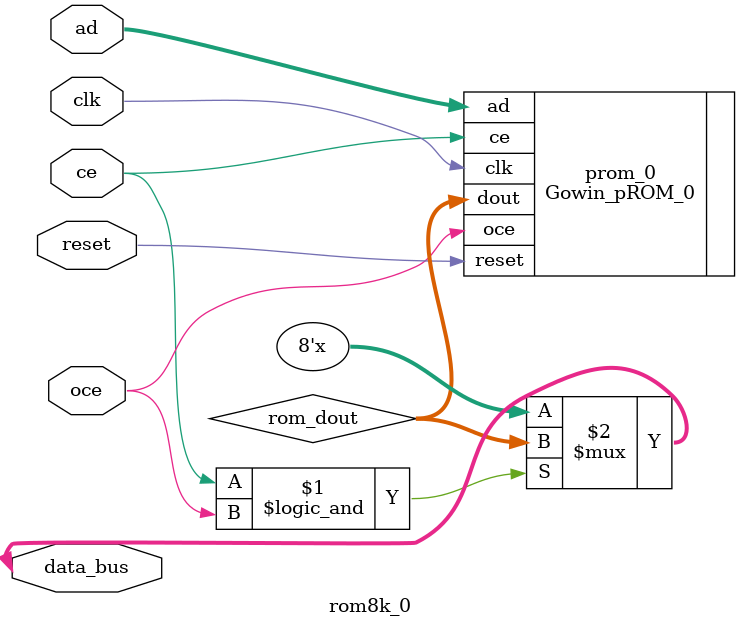
<source format=v>
module rom8k_0 (
    input wire clk,
    input wire reset,
    input wire oce,
    input wire ce,
    input wire [12:0] ad,
    inout wire [7:0] data_bus
);

    wire [7:0] rom_dout;

Gowin_pROM_0 prom_0 (
    .clk(clk),
    .reset(reset),
    .oce(oce),          // active bij read
    .ce(ce),
    .ad(ad),
    .dout(rom_dout)           // tri-state in wrapper
);

    // Drie-staat verbinding
    assign data_bus = (ce && oce) ? rom_dout : 8'bz;

endmodule
</source>
